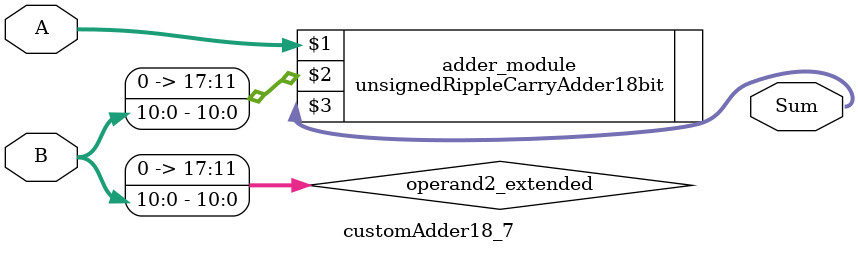
<source format=v>

module customAdder18_7(
                    input [17 : 0] A,
                    input [10 : 0] B,
                    
                    output [18 : 0] Sum
            );

    wire [17 : 0] operand2_extended;
    
    assign operand2_extended =  {7'b0, B};
    
    unsignedRippleCarryAdder18bit adder_module(
        A,
        operand2_extended,
        Sum
    );
    
endmodule
        
</source>
